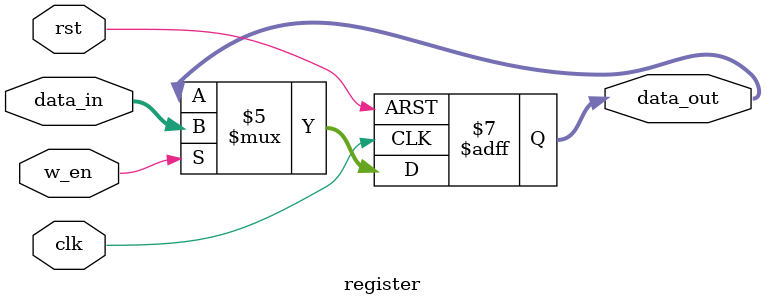
<source format=v>
module register(

  input clk, rst, w_en,
  input [15:0] data_in,

  output reg [15:0] data_out
);

  always@(posedge clk or negedge rst) begin
    if(rst == 1'b0) begin
      data_out <= 16'd0;
    end else begin
      if(w_en == 1'b1) begin
        data_out <= data_in;
      end else begin
		  data_out <= data_out;
		end
    end // end if rst
  end // end always
 
endmodule

</source>
